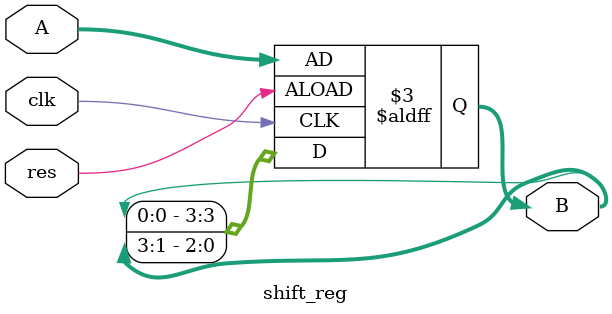
<source format=v>
module shift_reg(
    input [3:0] A,
    input clk, res,
    output reg [3:0] B
);
    always @ (posedge clk or negedge res) begin
        if (~res) begin
            B <= A; 
        end
        else begin
            B <= {B[0], B[3:1]};
        end
    end
endmodule
</source>
